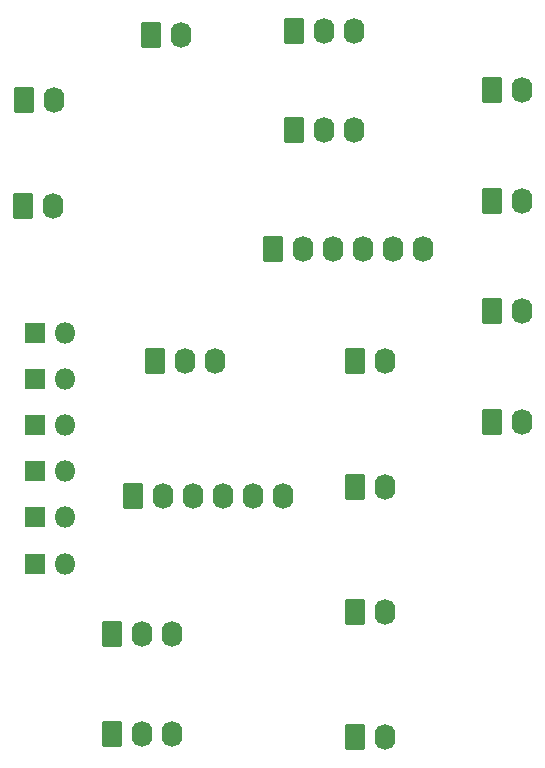
<source format=gbr>
%TF.GenerationSoftware,KiCad,Pcbnew,7.0.9*%
%TF.CreationDate,2023-12-03T08:09:49+10:00*%
%TF.ProjectId,SAS,5341532e-6b69-4636-9164-5f7063625858,rev?*%
%TF.SameCoordinates,Original*%
%TF.FileFunction,Soldermask,Bot*%
%TF.FilePolarity,Negative*%
%FSLAX46Y46*%
G04 Gerber Fmt 4.6, Leading zero omitted, Abs format (unit mm)*
G04 Created by KiCad (PCBNEW 7.0.9) date 2023-12-03 08:09:49*
%MOMM*%
%LPD*%
G01*
G04 APERTURE LIST*
G04 Aperture macros list*
%AMRoundRect*
0 Rectangle with rounded corners*
0 $1 Rounding radius*
0 $2 $3 $4 $5 $6 $7 $8 $9 X,Y pos of 4 corners*
0 Add a 4 corners polygon primitive as box body*
4,1,4,$2,$3,$4,$5,$6,$7,$8,$9,$2,$3,0*
0 Add four circle primitives for the rounded corners*
1,1,$1+$1,$2,$3*
1,1,$1+$1,$4,$5*
1,1,$1+$1,$6,$7*
1,1,$1+$1,$8,$9*
0 Add four rect primitives between the rounded corners*
20,1,$1+$1,$2,$3,$4,$5,0*
20,1,$1+$1,$4,$5,$6,$7,0*
20,1,$1+$1,$6,$7,$8,$9,0*
20,1,$1+$1,$8,$9,$2,$3,0*%
G04 Aperture macros list end*
%ADD10R,1.800000X1.800000*%
%ADD11O,1.800000X1.800000*%
%ADD12RoundRect,0.250000X-0.620000X-0.845000X0.620000X-0.845000X0.620000X0.845000X-0.620000X0.845000X0*%
%ADD13O,1.740000X2.190000*%
G04 APERTURE END LIST*
D10*
%TO.C,D11*%
X111415000Y-74880000D03*
D11*
X113955000Y-74880000D03*
%TD*%
D10*
%TO.C,D10*%
X111415000Y-78786000D03*
D11*
X113955000Y-78786000D03*
%TD*%
D10*
%TO.C,D6*%
X111415000Y-86598000D03*
D11*
X113955000Y-86598000D03*
%TD*%
D10*
%TO.C,D4*%
X111415000Y-90504000D03*
D11*
X113955000Y-90504000D03*
%TD*%
D10*
%TO.C,D2*%
X111415000Y-94410000D03*
D11*
X113955000Y-94410000D03*
%TD*%
D12*
%TO.C,J7*%
X133300000Y-49290000D03*
D13*
X135840000Y-49290000D03*
X138380000Y-49290000D03*
%TD*%
%TO.C,SW1*%
X126620000Y-77270000D03*
X124080000Y-77270000D03*
D12*
X121540000Y-77270000D03*
%TD*%
D13*
%TO.C,RV1*%
X122990000Y-100360000D03*
X120450000Y-100360000D03*
D12*
X117910000Y-100360000D03*
%TD*%
D13*
%TO.C,J6*%
X132360000Y-88720000D03*
X129820000Y-88720000D03*
X127280000Y-88720000D03*
X124740000Y-88720000D03*
X122200000Y-88720000D03*
D12*
X119660000Y-88720000D03*
%TD*%
D13*
%TO.C,J5*%
X122990000Y-108810000D03*
X120450000Y-108810000D03*
D12*
X117910000Y-108810000D03*
%TD*%
D13*
%TO.C,J4*%
X138380000Y-57670000D03*
X135840000Y-57670000D03*
D12*
X133300000Y-57670000D03*
%TD*%
D13*
%TO.C,J3*%
X144210000Y-67790000D03*
X141670000Y-67790000D03*
X139130000Y-67790000D03*
X136590000Y-67790000D03*
X134050000Y-67790000D03*
D12*
X131510000Y-67790000D03*
%TD*%
D13*
%TO.C,J2*%
X112930000Y-64110000D03*
D12*
X110390000Y-64110000D03*
%TD*%
D13*
%TO.C,J1*%
X112990000Y-55170000D03*
D12*
X110450000Y-55170000D03*
%TD*%
D11*
%TO.C,D12*%
X113955000Y-82692000D03*
D10*
X111415000Y-82692000D03*
%TD*%
D12*
%TO.C,SW2*%
X121210000Y-49630000D03*
D13*
X123750000Y-49630000D03*
%TD*%
D12*
%TO.C,J18*%
X150060000Y-54300000D03*
D13*
X152600000Y-54300000D03*
%TD*%
D12*
%TO.C,J17*%
X150060000Y-63670000D03*
D13*
X152600000Y-63670000D03*
%TD*%
D12*
%TO.C,J16*%
X138510000Y-98476700D03*
D13*
X141050000Y-98476700D03*
%TD*%
D12*
%TO.C,J15*%
X150060000Y-73040000D03*
D13*
X152600000Y-73040000D03*
%TD*%
D12*
%TO.C,J14*%
X138510000Y-77290000D03*
D13*
X141050000Y-77290000D03*
%TD*%
D12*
%TO.C,J11*%
X138510000Y-87883300D03*
D13*
X141050000Y-87883300D03*
%TD*%
D12*
%TO.C,J10*%
X150060000Y-82410000D03*
D13*
X152600000Y-82410000D03*
%TD*%
D12*
%TO.C,J8*%
X138510000Y-109070000D03*
D13*
X141050000Y-109070000D03*
%TD*%
M02*

</source>
